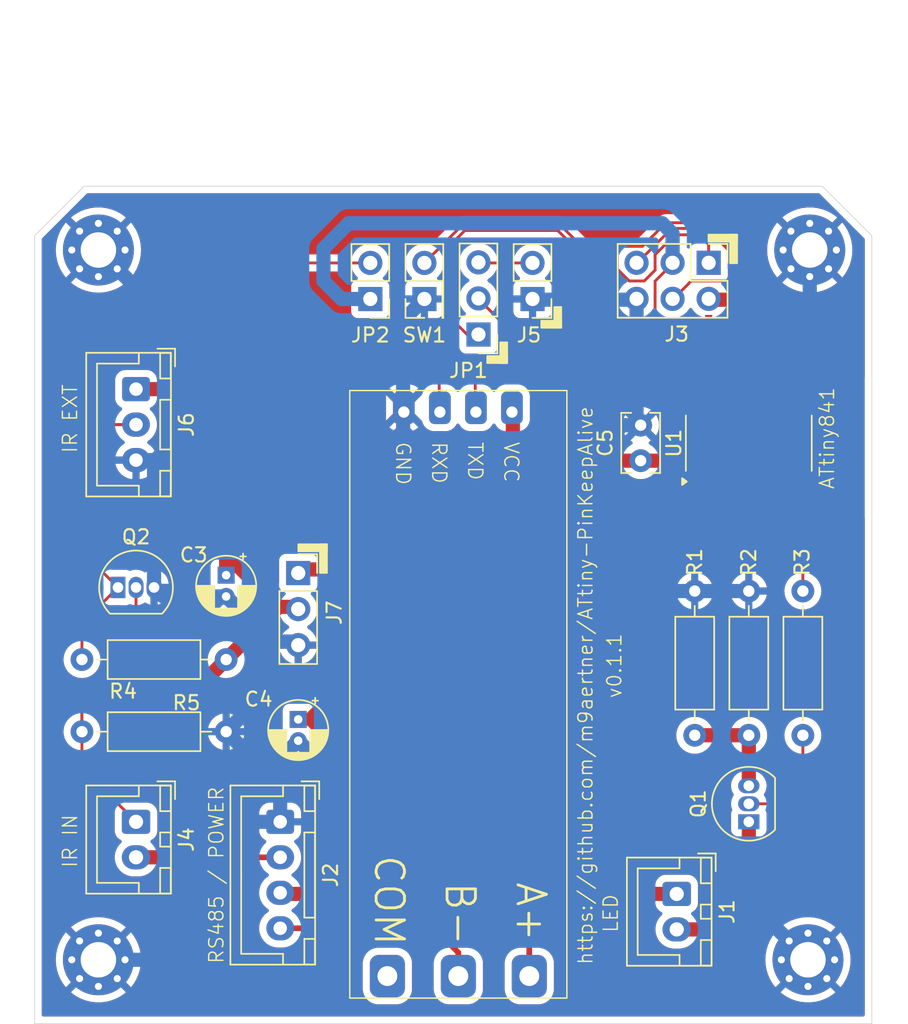
<source format=kicad_pcb>
(kicad_pcb (version 20240108) (generator "pcbnew") (generator_version "8.0")
  (title_block (title "ATtiny-PinKeepAlive") (date "2024-05-08") (rev "0.1.1") (comment 4 "AISLER Project ID: UWSACBMY"))
  (layers (0 "F.Cu" signal) (31 "B.Cu" signal) (34 "B.Paste" user) (35 "F.Paste" user) (36 "B.SilkS" user "B.Silkscreen") (37 "F.SilkS" user "F.Silkscreen") (38 "B.Mask" user) (39 "F.Mask" user) (44 "Edge.Cuts" user))
  (net 0 "")
  (net 1 "VBUS")
  (net 2 "Net-(J1-Pin_2)")
  (net 3 "Net-(Q1-E)")
  (net 4 "Net-(Q1-B)")
  (net 5 "GND")
  (net 6 "Net-(U1-XTAL1{slash}PB0)")
  (net 7 "Net-(J3-~{RST})")
  (net 8 "Net-(J3-MISO)")
  (net 9 "Net-(J3-SCK)")
  (net 10 "Net-(J3-MOSI)")
  (net 13 "Net-(J5-Pin_2)")
  (net 14 "Net-(U1-PA1)")
  (net 15 "Net-(J6-Pin_2)")
  (net 17 "Net-(U1-PA2)")
  (net 19 "Net-(JP1-C)")
  (net 20 "Net-(U1-XTAL2{slash}PB1)")
  (net 21 "Net-(U4-B-)")
  (net 22 "Net-(U4-A+)")
  (net 23 "+3V3")
  (net 24 "Net-(J4-Pin_1)")
  (footprint "Resistor_THT:R_Axial_DIN0207_L6.3mm_D2.5mm_P10.16mm_Horizontal" (layer "F.Cu") (at 104.14 138.684 90)
    (property "Reference" "R3" (at 12.192 -0.0508 -90) (layer "F.SilkS"))
    (property "Value" "470R")
    (pad "1" thru_hole circle (at 0 0 90) (size 1.6 1.6) (drill 0.8) (layers "*.Cu" "*.Mask") (net 4 "Net-(Q1-B)"))
    (pad "2" thru_hole oval (at 10.16 0 90) (size 1.6 1.6) (drill 0.8) (layers "*.Cu" "*.Mask") (net 6 "Net-(U1-XTAL1{slash}PB0)"))
  )
  (footprint "Connector_JST:JST_XH_B2B-XH-A_1x02_P2.50mm_Vertical" (layer "F.Cu") (at 57.15 144.78 -90)
    (property "Reference" "J4" (at 1.25 -3.55 -90) (layer "F.SilkS"))
    (property "Value" "INFO-DSS IR")
    (pad "1" thru_hole roundrect (at 0 0 270) (size 1.7 2) (drill 1) (layers "*.Cu" "*.Mask") (roundrect_rratio 0.147059) (net 24 "Net-(J4-Pin_1)"))
    (pad "2" thru_hole oval (at 2.5 0 270) (size 1.7 2) (drill 1) (layers "*.Cu" "*.Mask") (net 23 "+3V3"))
  )
  (footprint "Package_TO_SOT_THT:TO-92_Inline" (layer "F.Cu") (at 55.88 128.27)
    (property "Reference" "Q2" (at 1.27 -3.56 0) (layer "F.SilkS"))
    (property "Value" "BC547")
    (pad "1" thru_hole rect (at 0 0) (size 1.05 1.5) (drill 0.75) (layers "*.Cu" "*.Mask") (net 15 "Net-(J6-Pin_2)"))
    (pad "2" thru_hole oval (at 1.27 0) (size 1.05 1.5) (drill 0.75) (layers "*.Cu" "*.Mask") (net 24 "Net-(J4-Pin_1)"))
    (pad "3" thru_hole oval (at 2.54 0) (size 1.05 1.5) (drill 0.75) (layers "*.Cu" "*.Mask") (net 5 "GND"))
  )
  (footprint "Connector_JST:JST_XH_B4B-XH-A_1x04_P2.50mm_Vertical" (layer "F.Cu") (at 67.31 144.78 -90)
    (property "Reference" "J2" (at 3.75 -3.55 90) (layer "F.SilkS"))
    (property "Value" "XLR4/RS485")
    (pad "1" thru_hole roundrect (at 0 0 270) (size 1.7 1.95) (drill 0.95) (layers "*.Cu" "*.Mask") (roundrect_rratio 0.147059) (net 5 "GND"))
    (pad "2" thru_hole oval (at 2.5 0 270) (size 1.7 1.95) (drill 0.95) (layers "*.Cu" "*.Mask") (net 21 "Net-(U4-B-)"))
    (pad "3" thru_hole oval (at 5 0 270) (size 1.7 1.95) (drill 0.95) (layers "*.Cu" "*.Mask") (net 1 "VBUS"))
    (pad "4" thru_hole oval (at 7.5 0 270) (size 1.7 1.95) (drill 0.95) (layers "*.Cu" "*.Mask") (net 22 "Net-(U4-A+)"))
  )
  (footprint "Resistor_THT:R_Axial_DIN0207_L6.3mm_D2.5mm_P10.16mm_Horizontal" (layer "F.Cu") (at 100.33 138.684 90)
    (property "Reference" "R2" (at 12.192 0 -90) (layer "F.SilkS"))
    (property "Value" "100R")
    (pad "1" thru_hole circle (at 0 0 90) (size 1.6 1.6) (drill 0.8) (layers "*.Cu" "*.Mask") (net 3 "Net-(Q1-E)"))
    (pad "2" thru_hole oval (at 10.16 0 90) (size 1.6 1.6) (drill 0.8) (layers "*.Cu" "*.Mask") (net 5 "GND"))
  )
  (footprint "Package_SO:SOIC-14_3.9x8.7mm_P1.27mm" (layer "F.Cu") (at 100.33 118.11 90)
    (property "Reference" "U1" (at 0 -5.28 -90) (layer "F.SilkS"))
    (property "Value" "ATtiny841-SS")
    (pad "1" smd roundrect (at -2.475 -3.81 90) (size 1.95 0.6) (layers "F.Cu" "F.Paste" "F.Mask") (net 23 "+3V3"))
    (pad "2" smd roundrect (at -2.475 -2.54 90) (size 1.95 0.6) (layers "F.Cu" "F.Paste" "F.Mask") (net 6 "Net-(U1-XTAL1{slash}PB0)"))
    (pad "3" smd roundrect (at -2.475 -1.27 90) (size 1.95 0.6) (layers "F.Cu" "F.Paste" "F.Mask") (net 20 "Net-(U1-XTAL2{slash}PB1)"))
    (pad "4" smd roundrect (at -2.475 0 90) (size 1.95 0.6) (layers "F.Cu" "F.Paste" "F.Mask") (net 7 "Net-(J3-~{RST})"))
    (pad "5" smd roundrect (at -2.475 1.27 90) (size 1.95 0.6) (layers "F.Cu" "F.Paste" "F.Mask"))
    (pad "6" smd roundrect (at -2.475 2.54 90) (size 1.95 0.6) (layers "F.Cu" "F.Paste" "F.Mask"))
    (pad "7" smd roundrect (at -2.475 3.81 90) (size 1.95 0.6) (layers "F.Cu" "F.Paste" "F.Mask") (net 10 "Net-(J3-MOSI)"))
    (pad "8" smd roundrect (at 2.475 3.81 90) (size 1.95 0.6) (layers "F.Cu" "F.Paste" "F.Mask") (net 19 "Net-(JP1-C)"))
    (pad "9" smd roundrect (at 2.475 2.54 90) (size 1.95 0.6) (layers "F.Cu" "F.Paste" "F.Mask") (net 9 "Net-(J3-SCK)"))
    (pad "10" smd roundrect (at 2.475 1.27 90) (size 1.95 0.6) (layers "F.Cu" "F.Paste" "F.Mask"))
    (pad "11" smd roundrect (at 2.475 0 90) (size 1.95 0.6) (layers "F.Cu" "F.Paste" "F.Mask") (net 17 "Net-(U1-PA2)"))
    (pad "12" smd roundrect (at 2.475 -1.27 90) (size 1.95 0.6) (layers "F.Cu" "F.Paste" "F.Mask") (net 14 "Net-(U1-PA1)"))
    (pad "13" smd roundrect (at 2.475 -2.54 90) (size 1.95 0.6) (layers "F.Cu" "F.Paste" "F.Mask"))
    (pad "14" smd roundrect (at 2.475 -3.81 90) (size 1.95 0.6) (layers "F.Cu" "F.Paste" "F.Mask") (net 5 "GND"))
  )
  (footprint "Connector_PinHeader_2.54mm:PinHeader_1x02_P2.54mm_Vertical" (layer "F.Cu") (at 73.66 107.95 180)
    (property "Reference" "JP2" (at 0 -2.54 180) (layer "F.SilkS"))
    (property "Value" "INFO-DSS Disconnect")
    (pad "1" thru_hole rect (at 0 0 180) (size 1.7 1.7) (drill 1) (layers "*.Cu" "*.Mask") (net 9 "Net-(J3-SCK)"))
    (pad "2" thru_hole oval (at 0 2.54 180) (size 1.7 1.7) (drill 1) (layers "*.Cu" "*.Mask") (net 15 "Net-(J6-Pin_2)"))
  )
  (footprint "Connector_JST:JST_XH_B2B-XH-A_1x02_P2.50mm_Vertical" (layer "F.Cu") (at 95.25 149.86 -90)
    (property "Reference" "J1" (at 1.25 -3.55 90) (layer "F.SilkS"))
    (property "Value" "LED1")
    (pad "1" thru_hole roundrect (at 0 0 270) (size 1.7 2) (drill 1) (layers "*.Cu" "*.Mask") (roundrect_rratio 0.147059) (net 1 "VBUS"))
    (pad "2" thru_hole oval (at 2.5 0 270) (size 1.7 2) (drill 1) (layers "*.Cu" "*.Mask") (net 2 "Net-(J1-Pin_2)"))
  )
  (footprint "Capacitor_THT:CP_Radial_D4.0mm_P1.50mm" (layer "F.Cu") (at 63.5 127.405 -90)
    (property "Reference" "C3" (at -1.421 2.286 180) (layer "F.SilkS"))
    (property "Value" "47µ" (hide yes))
    (pad "1" thru_hole rect (at 0 0 270) (size 1.2 1.2) (drill 0.6) (layers "*.Cu" "*.Mask") (net 23 "+3V3"))
    (pad "2" thru_hole circle (at 1.5 0 270) (size 1.2 1.2) (drill 0.6) (layers "*.Cu" "*.Mask") (net 5 "GND"))
  )
  (footprint "Connector_PinSocket_2.54mm:PinSocket_1x03_P2.54mm_Vertical" (layer "F.Cu") (at 68.58 127.254)
    (property "Reference" "J7" (at 2.54 2.794 -90) (layer "F.SilkS"))
    (property "Value" "Conn_01x03_Socket")
    (pad "1" thru_hole rect (at 0 0) (size 1.7 1.7) (drill 1) (layers "*.Cu" "*.Mask") (net 1 "VBUS"))
    (pad "2" thru_hole oval (at 0 2.54) (size 1.7 1.7) (drill 1) (layers "*.Cu" "*.Mask") (net 23 "+3V3"))
    (pad "3" thru_hole oval (at 0 5.08) (size 1.7 1.7) (drill 1) (layers "*.Cu" "*.Mask") (net 5 "GND"))
  )
  (footprint "Connector_PinHeader_2.54mm:PinHeader_2x03_P2.54mm_Vertical" (layer "F.Cu") (at 97.5 105.4 -90)
    (property "Reference" "J3" (at 5.03 2.25 180) (layer "F.SilkS"))
    (property "Value" "AVR-ISP-6")
    (pad "1" thru_hole rect (at 0 0 270) (size 1.7 1.7) (drill 1) (layers "*.Cu" "*.Mask") (net 8 "Net-(J3-MISO)"))
    (pad "2" thru_hole oval (at 2.54 0 270) (size 1.7 1.7) (drill 1) (layers "*.Cu" "*.Mask") (net 23 "+3V3"))
    (pad "3" thru_hole oval (at 0 2.54 270) (size 1.7 1.7) (drill 1) (layers "*.Cu" "*.Mask") (net 9 "Net-(J3-SCK)"))
    (pad "4" thru_hole oval (at 2.54 2.54 270) (size 1.7 1.7) (drill 1) (layers "*.Cu" "*.Mask") (net 10 "Net-(J3-MOSI)"))
    (pad "5" thru_hole oval (at 0 5.08 270) (size 1.7 1.7) (drill 1) (layers "*.Cu" "*.Mask") (net 7 "Net-(J3-~{RST})"))
    (pad "6" thru_hole oval (at 2.54 5.08 270) (size 1.7 1.7) (drill 1) (layers "*.Cu" "*.Mask") (net 5 "GND"))
  )
  (footprint "Capacitor_THT:C_Rect_L4.0mm_W2.5mm_P2.50mm" (layer "F.Cu") (at 92.71 119.34 90)
    (property "Reference" "C5" (at 1.25 -2.5 -90) (layer "F.SilkS"))
    (property "Value" "C")
    (pad "1" thru_hole circle (at 0 0 90) (size 1.6 1.6) (drill 0.8) (layers "*.Cu" "*.Mask") (net 23 "+3V3"))
    (pad "2" thru_hole circle (at 2.5 0 90) (size 1.6 1.6) (drill 0.8) (layers "*.Cu" "*.Mask") (net 5 "GND"))
  )
  (footprint "Resistor_THT:R_Axial_DIN0207_L6.3mm_D2.5mm_P10.16mm_Horizontal" (layer "F.Cu") (at 53.34 138.43)
    (property "Reference" "R5" (at 7.366 -2.032 0) (layer "F.SilkS"))
    (property "Value" "10K")
    (pad "1" thru_hole circle (at 0 0) (size 1.6 1.6) (drill 0.8) (layers "*.Cu" "*.Mask") (net 24 "Net-(J4-Pin_1)"))
    (pad "2" thru_hole oval (at 10.16 0) (size 1.6 1.6) (drill 0.8) (layers "*.Cu" "*.Mask") (net 5 "GND"))
  )
  (footprint "Package_TO_SOT_THT:TO-92_Inline" (layer "F.Cu") (at 100.33 144.78 90)
    (property "Reference" "Q1" (at 1.27 -3.56 -90) (layer "F.SilkS"))
    (property "Value" "BC547")
    (pad "1" thru_hole rect (at 0 0 90) (size 1.05 1.5) (drill 0.75) (layers "*.Cu" "*.Mask") (net 2 "Net-(J1-Pin_2)"))
    (pad "2" thru_hole oval (at 1.27 0 90) (size 1.05 1.5) (drill 0.75) (layers "*.Cu" "*.Mask") (net 4 "Net-(Q1-B)"))
    (pad "3" thru_hole oval (at 2.54 0 90) (size 1.05 1.5) (drill 0.75) (layers "*.Cu" "*.Mask") (net 3 "Net-(Q1-E)"))
  )
  (footprint "MountingHole:MountingHole_2.5mm_Pad_Via" (layer "F.Cu") (at 104.5 154.5)
    (property "Reference" "H4" (hide yes))
    (property "Value" "MountingHole_Pad")
    (pad "1" thru_hole circle (at -1.875 0) (size 0.8 0.8) (drill 0.5) (layers "*.Cu" "*.Mask") (net 5 "GND"))
    (pad "1" thru_hole circle (at -1.325825 -1.325825) (size 0.8 0.8) (drill 0.5) (layers "*.Cu" "*.Mask") (net 5 "GND"))
    (pad "1" thru_hole circle (at -1.325825 1.325825) (size 0.8 0.8) (drill 0.5) (layers "*.Cu" "*.Mask") (net 5 "GND"))
    (pad "1" thru_hole circle (at 0 -1.875) (size 0.8 0.8) (drill 0.5) (layers "*.Cu" "*.Mask") (net 5 "GND"))
    (pad "1" thru_hole circle (at 0 0) (size 5 5) (drill 2.5) (layers "*.Cu" "*.Mask") (net 5 "GND"))
    (pad "1" thru_hole circle (at 0 1.875) (size 0.8 0.8) (drill 0.5) (layers "*.Cu" "*.Mask") (net 5 "GND"))
    (pad "1" thru_hole circle (at 1.325825 -1.325825) (size 0.8 0.8) (drill 0.5) (layers "*.Cu" "*.Mask") (net 5 "GND"))
    (pad "1" thru_hole circle (at 1.325825 1.325825) (size 0.8 0.8) (drill 0.5) (layers "*.Cu" "*.Mask") (net 5 "GND"))
    (pad "1" thru_hole circle (at 1.875 0) (size 0.8 0.8) (drill 0.5) (layers "*.Cu" "*.Mask") (net 5 "GND"))
  )
  (footprint "RS485toTTL:RS485toTTL-THT" (layer "F.Cu") (at 87.512 114.398 -90)
    (property "Reference" "U4" (hide yes))
    (property "Value" "~" (hide yes))
    (fp_text user "COM" (at 32.595 13.7 -90) (layer "F.SilkS") (effects (font (size 2 2) (thickness 0.2)) (justify left bottom)))
    (fp_text user "TXD" (at 3.55 7.045 -90) (layer "F.SilkS") (effects (font (thickness 0.1)) (justify left bottom)))
    (fp_text user "RXD" (at 3.55 9.585 -90) (layer "F.SilkS") (effects (font (thickness 0.1)) (justify left bottom)))
    (fp_text user "B-" (at 34.5 8.7 -90) (layer "F.SilkS") (effects (font (size 2 2) (thickness 0.2)) (justify left bottom)))
    (fp_text user "A+" (at 34.5 3.7 -90) (layer "F.SilkS") (effects (font (size 2 2) (thickness 0.2)) (justify left bottom)))
    (fp_text user "VCC" (at 3.55 4.505 -90) (layer "F.SilkS") (effects (font (thickness 0.1)) (justify left bottom)))
    (fp_text user "GND" (at 3.55 12.125 -90) (layer "F.SilkS") (effects (font (thickness 0.1)) (justify left bottom)))
    (pad "1" thru_hole roundrect (at 1.518 3.87 270) (size 2.286 1.524) (drill 0.8 (offset -0.3 0)) (layers "*.Cu" "*.Mask") (net 23 "+3V3"))
    (pad "2" thru_hole roundrect (at 1.518 6.41 270) (size 2.286 1.524) (drill 0.8 (offset -0.3 0)) (layers "*.Cu" "*.Mask") (net 14 "Net-(U1-PA1)"))
    (pad "3" thru_hole roundrect (at 1.518 8.95 270) (size 2.286 1.524) (drill 0.8 (offset -0.3 0)) (layers "*.Cu" "*.Mask") (net 17 "Net-(U1-PA2)"))
    (pad "4" thru_hole roundrect (at 1.518 11.49 270) (size 2.286 1.524) (drill 0.8 (offset -0.3 0)) (layers "*.Cu" "*.Mask") (net 5 "GND"))
    (pad "5" thru_hole roundrect (at 41.25 12.65 270) (size 2.98142 2.473446) (drill 1.4) (layers "*.Cu" "*.Mask"))
    (pad "6" thru_hole roundrect (at 41.25 7.65 270) (size 2.98142 2.473446) (drill 1.4) (layers "*.Cu" "*.Mask") (net 21 "Net-(U4-B-)"))
    (pad "7" thru_hole roundrect (at 41.25 2.65 270) (size 2.98142 2.473446) (drill 1.4) (layers "*.Cu" "*.Mask") (net 22 "Net-(U4-A+)"))
  )
  (footprint "Connector_PinHeader_2.54mm:PinHeader_1x03_P2.54mm_Vertical" (layer "F.Cu") (at 81.28 110.45 180)
    (property "Reference" "JP1" (at 0.7112 -2.54 180) (layer "F.SilkS"))
    (property "Value" "1-2 PRG 2-3 DBG")
    (pad "1" thru_hole rect (at 0 0 180) (size 1.7 1.7) (drill 1) (layers "*.Cu" "*.Mask") (net 8 "Net-(J3-MISO)"))
    (pad "2" thru_hole oval (at 0 2.54 180) (size 1.7 1.7) (drill 1) (layers "*.Cu" "*.Mask") (net 19 "Net-(JP1-C)"))
    (pad "3" thru_hole oval (at 0 5.08 180) (size 1.7 1.7) (drill 1) (layers "*.Cu" "*.Mask") (net 13 "Net-(J5-Pin_2)"))
  )
  (footprint "Connector_JST:JST_XH_B3B-XH-A_1x03_P2.50mm_Vertical" (layer "F.Cu") (at 57.15 114.3 -90)
    (property "Reference" "J6" (at 2.5 -3.55 90) (layer "F.SilkS"))
    (property "Value" "INFO-DSS Ext Rcvr")
    (pad "1" thru_hole roundrect (at 0 0 270) (size 1.7 1.95) (drill 0.95) (layers "*.Cu" "*.Mask") (roundrect_rratio 0.147059) (net 23 "+3V3"))
    (pad "2" thru_hole oval (at 2.5 0 270) (size 1.7 1.95) (drill 0.95) (layers "*.Cu" "*.Mask") (net 15 "Net-(J6-Pin_2)"))
    (pad "3" thru_hole oval (at 5 0 270) (size 1.7 1.95) (drill 0.95) (layers "*.Cu" "*.Mask") (net 5 "GND"))
  )
  (footprint "Resistor_THT:R_Axial_DIN0207_L6.3mm_D2.5mm_P10.16mm_Horizontal" (layer "F.Cu") (at 96.52 138.684 90)
    (property "Reference" "R1" (at 12.192 0 -90) (layer "F.SilkS"))
    (property "Value" "100R")
    (pad "1" thru_hole circle (at 0 0 90) (size 1.6 1.6) (drill 0.8) (layers "*.Cu" "*.Mask") (net 3 "Net-(Q1-E)"))
    (pad "2" thru_hole oval (at 10.16 0 90) (size 1.6 1.6) (drill 0.8) (layers "*.Cu" "*.Mask") (net 5 "GND"))
  )
  (footprint "MountingHole:MountingHole_2.5mm_Pad_Via" (layer "F.Cu") (at 54.5 104.5)
    (property "Reference" "H1" (hide yes))
    (property "Value" "MountingHole_Pad")
    (pad "1" thru_hole circle (at -1.875 0) (size 0.8 0.8) (drill 0.5) (layers "*.Cu" "*.Mask") (net 5 "GND"))
    (pad "1" thru_hole circle (at -1.325825 -1.325825) (size 0.8 0.8) (drill 0.5) (layers "*.Cu" "*.Mask") (net 5 "GND"))
    (pad "1" thru_hole circle (at -1.325825 1.325825) (size 0.8 0.8) (drill 0.5) (layers "*.Cu" "*.Mask") (net 5 "GND"))
    (pad "1" thru_hole circle (at 0 -1.875) (size 0.8 0.8) (drill 0.5) (layers "*.Cu" "*.Mask") (net 5 "GND"))
    (pad "1" thru_hole circle (at 0 0) (size 5 5) (drill 2.5) (layers "*.Cu" "*.Mask") (net 5 "GND"))
    (pad "1" thru_hole circle (at 0 1.875) (size 0.8 0.8) (drill 0.5) (layers "*.Cu" "*.Mask") (net 5 "GND"))
    (pad "1" thru_hole circle (at 1.325825 -1.325825) (size 0.8 0.8) (drill 0.5) (layers "*.Cu" "*.Mask") (net 5 "GND"))
    (pad "1" thru_hole circle (at 1.325825 1.325825) (size 0.8 0.8) (drill 0.5) (layers "*.Cu" "*.Mask") (net 5 "GND"))
    (pad "1" thru_hole circle (at 1.875 0) (size 0.8 0.8) (drill 0.5) (layers "*.Cu" "*.Mask") (net 5 "GND"))
  )
  (footprint "Capacitor_THT:CP_Radial_D4.0mm_P1.50mm" (layer "F.Cu") (at 68.58 137.565 -90)
    (property "Reference" "C4" (at -1.421 2.794 180) (layer "F.SilkS"))
    (property "Value" "47µ")
    (pad "1" thru_hole rect (at 0 0 270) (size 1.2 1.2) (drill 0.6) (layers "*.Cu" "*.Mask") (net 1 "VBUS"))
    (pad "2" thru_hole circle (at 1.5 0 270) (size 1.2 1.2) (drill 0.6) (layers "*.Cu" "*.Mask") (net 5 "GND"))
  )
  (footprint "Connector_PinHeader_2.54mm:PinHeader_2x01_P2.54mm_Vertical" (layer "F.Cu") (at 77.47 107.95 90)
    (property "Reference" "SW1" (at -2.54 0 0) (layer "F.SilkS"))
    (property "Value" "~")
    (pad "1" thru_hole rect (at 0 0 90) (size 1.7 1.7) (drill 1) (layers "*.Cu" "*.Mask") (net 5 "GND"))
    (pad "2" thru_hole oval (at 2.54 0 90) (size 1.7 1.7) (drill 1) (layers "*.Cu" "*.Mask") (net 20 "Net-(U1-XTAL2{slash}PB1)"))
  )
  (footprint "Resistor_THT:R_Axial_DIN0207_L6.3mm_D2.5mm_P10.16mm_Horizontal" (layer "F.Cu") (at 63.5 133.35 180)
    (property "Reference" "R4" (at 7.2644 -2.2352 180) (layer "F.SilkS"))
    (property "Value" "10K")
    (pad "1" thru_hole circle (at 0 0 180) (size 1.6 1.6) (drill 0.8) (layers "*.Cu" "*.Mask") (net 23 "+3V3"))
    (pad "2" thru_hole oval (at 10.16 0 180) (size 1.6 1.6) (drill 0.8) (layers "*.Cu" "*.Mask") (net 15 "Net-(J6-Pin_2)"))
  )
  (footprint "MountingHole:MountingHole_2.5mm_Pad_Via" (layer "F.Cu") (at 104.625 104.5)
    (property "Reference" "H2" (hide yes))
    (property "Value" "MountingHole_Pad")
    (pad "1" thru_hole circle (at -1.875 0) (size 0.8 0.8) (drill 0.5) (layers "*.Cu" "*.Mask") (net 5 "GND"))
    (pad "1" thru_hole circle (at -1.325825 -1.325825) (size 0.8 0.8) (drill 0.5) (layers "*.Cu" "*.Mask") (net 5 "GND"))
    (pad "1" thru_hole circle (at -1.325825 1.325825) (size 0.8 0.8) (drill 0.5) (layers "*.Cu" "*.Mask") (net 5 "GND"))
    (pad "1" thru_hole circle (at 0 -1.875) (size 0.8 0.8) (drill 0.5) (layers "*.Cu" "*.Mask") (net 5 "GND"))
    (pad "1" thru_hole circle (at 0 0) (size 5 5) (drill 2.5) (layers "*.Cu" "*.Mask") (net 5 "GND"))
    (pad "1" thru_hole circle (at 0 1.875) (size 0.8 0.8) (drill 0.5) (layers "*.Cu" "*.Mask") (net 5 "GND"))
    (pad "1" thru_hole circle (at 1.325825 -1.325825) (size 0.8 0.8) (drill 0.5) (layers "*.Cu" "*.Mask") (net 5 "GND"))
    (pad "1" thru_hole circle (at 1.325825 1.325825) (size 0.8 0.8) (drill 0.5) (layers "*.Cu" "*.Mask") (net 5 "GND"))
    (pad "1" thru_hole circle (at 1.875 0) (size 0.8 0.8) (drill 0.5) (layers "*.Cu" "*.Mask") (net 5 "GND"))
  )
  (footprint "Connector_PinHeader_2.54mm:PinHeader_1x02_P2.54mm_Vertical" (layer "F.Cu") (at 85.09 107.95 180)
    (property "Reference" "J5" (at 0.254 -2.54 180) (layer "F.SilkS"))
    (property "Value" "DBG Serial")
    (pad "1" thru_hole rect (at 0 0 180) (size 1.7 1.7) (drill 1) (layers "*.Cu" "*.Mask") (net 5 "GND"))
    (pad "2" thru_hole oval (at 0 2.54 180) (size 1.7 1.7) (drill 1) (layers "*.Cu" "*.Mask") (net 13 "Net-(J5-Pin_2)"))
  )
  (footprint "MountingHole:MountingHole_2.5mm_Pad_Via" (layer "F.Cu") (at 54.5 154.5)
    (property "Reference" "H3" (hide yes))
    (property "Value" "MountingHole_Pad")
    (pad "1" thru_hole circle (at -1.875 0) (size 0.8 0.8) (drill 0.5) (layers "*.Cu" "*.Mask") (net 5 "GND"))
    (pad "1" thru_hole circle (at -1.325825 -1.325825) (size 0.8 0.8) (drill 0.5) (layers "*.Cu" "*.Mask") (net 5 "GND"))
    (pad "1" thru_hole circle (at -1.325825 1.325825) (size 0.8 0.8) (drill 0.5) (layers "*.Cu" "*.Mask") (net 5 "GND"))
    (pad "1" thru_hole circle (at 0 -1.875) (size 0.8 0.8) (drill 0.5) (layers "*.Cu" "*.Mask") (net 5 "GND"))
    (pad "1" thru_hole circle (at 0 0) (size 5 5) (drill 2.5) (layers "*.Cu" "*.Mask") (net 5 "GND"))
    (pad "1" thru_hole circle (at 0 1.875) (size 0.8 0.8) (drill 0.5) (layers "*.Cu" "*.Mask") (net 5 "GND"))
    (pad "1" thru_hole circle (at 1.325825 -1.325825) (size 0.8 0.8) (drill 0.5) (layers "*.Cu" "*.Mask") (net 5 "GND"))
    (pad "1" thru_hole circle (at 1.325825 1.325825) (size 0.8 0.8) (drill 0.5) (layers "*.Cu" "*.Mask") (net 5 "GND"))
    (pad "1" thru_hole circle (at 1.875 0) (size 0.8 0.8) (drill 0.5) (layers "*.Cu" "*.Mask") (net 5 "GND"))
  )
  (gr_rect (start 97.481392 103.406625) (end 99.513392 103.914625) (stroke (width 0.1)) (fill solid) (layer "F.SilkS"))
  (gr_rect (start 82.804 110.998) (end 83.312 112.4712) (stroke (width 0.1)) (fill solid) (layer "F.SilkS"))
  (gr_rect (start 85.6996 109.474) (end 87.122 109.982) (stroke (width 0.1)) (fill solid) (layer "F.SilkS"))
  (gr_rect (start 86.614 108.5088) (end 87.122 109.982) (stroke (width 0.1)) (fill solid) (layer "F.SilkS"))
  (gr_rect (start 70.104 125.222) (end 70.612 127.254) (stroke (width 0.1)) (fill solid) (layer "F.SilkS"))
  (gr_rect (start 81.8896 111.9632) (end 83.312 112.4712) (stroke (width 0.1)) (fill solid) (layer "F.SilkS"))
  (gr_rect (start 68.58 125.222) (end 70.612 125.73) (stroke (width 0.1)) (fill solid) (layer "F.SilkS"))
  (gr_rect (start 99.005392 103.406625) (end 99.513392 105.438625) (stroke (width 0.1)) (fill solid) (layer "F.SilkS"))
  (gr_line (start 109 159) (end 50 159) (stroke (width 0.05)) (layer "Edge.Cuts"))
  (gr_line (start 105.5 100) (end 109 103.5) (stroke (width 0.05)) (layer "Edge.Cuts"))
  (gr_line (start 50 159) (end 50 103.5) (stroke (width 0.05)) (layer "Edge.Cuts"))
  (gr_line (start 109 159) (end 109 103.5) (stroke (width 0.05)) (layer "Edge.Cuts"))
  (gr_line (start 50 103.5) (end 53.5 100) (stroke (width 0.05)) (layer "Edge.Cuts"))
  (gr_line (start 105.5 100) (end 53.5 100) (stroke (width 0.05)) (layer "Edge.Cuts"))
  (gr_text "IR IN" (at 53.086 148.082 90) (layer "F.SilkS") (effects (font (size 1 1) (thickness 0.1)) (justify left bottom)))
  (gr_text "https://github.com/m9aertner/ATtiny-PinKeepAlive" (at 89.408 154.91 90) (layer "F.SilkS") (effects (font (size 1 1) (thickness 0.1)) (justify left bottom)))
  (gr_text "IR EXT" (at 53.086 118.872 90) (layer "F.SilkS") (effects (font (size 1 1) (thickness 0.1)) (justify left bottom)))
  (gr_text "RS485 / POWER" (at 63.3984 154.84 90) (layer "F.SilkS") (effects (font (size 1 1) (thickness 0.1)) (justify left bottom)))
  (gr_text "LED" (at 91.186 152.654 90) (layer "F.SilkS") (effects (font (size 1 1) (thickness 0.1)) (justify left bottom)))
  (gr_text "v0.1.1" (at 91.44 136.144 90) (layer "F.SilkS") (effects (font (size 1 1) (thickness 0.1)) (justify left bottom)))
  (gr_text "ATtiny841" (at 106.426 121.412 90) (layer "F.SilkS") (effects (font (size 1 1) (thickness 0.1)) (justify left bottom)))
  (segment (start 71.374 149.098) (end 70.612 149.86) (width 1) (layer "F.Cu") (net 1))
  (segment (start 71.374 135.636) (end 69.445 137.565) (width 1) (layer "F.Cu") (net 1))
  (segment (start 95.25 149.86) (end 73.66 149.86) (width 1) (layer "F.Cu") (net 1))
  (segment (start 70.612 127) (end 71.374 127.762) (width 1) (layer "F.Cu") (net 1))
  (segment (start 68.58 137.565) (end 69.493 137.565) (width 0.2) (layer "F.Cu") (net 1))
  (segment (start 69.493 137.565) (end 71.374 139.446) (width 1) (layer "F.Cu") (net 1))
  (segment (start 71.374 139.446) (end 71.374 149.098) (width 1) (layer "F.Cu") (net 1))
  (segment (start 73.66 149.86) (end 70.612 149.86) (width 1) (layer "F.Cu") (net 1))
  (segment (start 70.612 149.86) (end 67.39 149.86) (width 1) (layer "F.Cu") (net 1))
  (segment (start 69.445 137.565) (end 68.58 137.565) (width 0.2) (layer "F.Cu") (net 1))
  (segment (start 68.58 127) (end 70.612 127) (width 1) (layer "F.Cu") (net 1))
  (segment (start 67.39 149.86) (end 67.31 149.78) (width 0.2) (layer "F.Cu") (net 1))
  (segment (start 71.374 127.762) (end 71.374 135.636) (width 1) (layer "F.Cu") (net 1))
  (segment (start 99.1 152.36) (end 100.33 151.13) (width 1) (layer "F.Cu") (net 2))
  (segment (start 100.33 151.13) (end 100.33 144.78) (width 1) (layer "F.Cu") (net 2))
  (segment (start 95.25 152.36) (end 99.1 152.36) (width 1) (layer "F.Cu") (net 2))
  (segment (start 100.33 138.684) (end 100.33 142.24) (width 1) (layer "F.Cu") (net 3))
  (segment (start 100.33 138.684) (end 96.52 138.684) (width 1) (layer "F.Cu") (net 3))
  (segment (start 103.378 143.51) (end 100.33 143.51) (width 0.2) (layer "F.Cu") (net 4))
  (segment (start 104.14 138.684) (end 104.14 142.748) (width 0.2) (layer "F.Cu") (net 4))
  (segment (start 104.14 142.748) (end 103.378 143.51) (width 0.2) (layer "F.Cu") (net 4))
  (segment (start 96.52 115.635) (end 93.915 115.635) (width 0.4) (layer "F.Cu") (net 5))
  (segment (start 93.915 115.635) (end 92.71 116.84) (width 0.4) (layer "F.Cu") (net 5))
  (segment (start 58.42 120.57) (end 58.42 128.27) (width 1) (layer "B.Cu") (net 5))
  (segment (start 58.42 119.38) (end 58.5 119.3) (width 1) (layer "B.Cu") (net 5))
  (segment (start 67.31 140.335) (end 67.31 144.78) (width 1) (layer "B.Cu") (net 5))
  (segment (start 63.509 146.91) (end 63.509 153.387) (width 1) (layer "B.Cu") (net 5))
  (segment (start 63.509 153.387) (end 62.366 154.505782) (width 1) (layer "B.Cu") (net 5))
  (segment (start 59.182 118.618) (end 59.182 109.182) (width 1) (layer "B.Cu") (net 5))
  (segment (start 63.5 128.905) (end 59.055 128.905) (width 1) (layer "B.Cu") (net 5))
  (segment (start 69.977 140.462) (end 89.408 140.462) (width 1) (layer "B.Cu") (net 5))
  (segment (start 75.973 109.447) (end 77.47 107.95) (width 1) (layer "B.Cu") (net 5))
  (segment (start 89.535 118.745) (end 91.44 116.84) (width 1) (layer "B.Cu") (net 5))
  (segment (start 62.366 154.505782) (end 54.5 154.5) (width 1) (layer "B.Cu") (net 5))
  (segment (start 91.44 116.84) (end 92.71 116.84) (width 1) (layer "B.Cu") (net 5))
  (segment (start 85.775 108) (end 92.42 108) (width 1) (layer "B.Cu") (net 5))
  (segment (start 75.973 115.787845) (end 75.973 117.248) (width 1) (layer "B.Cu") (net 5))
  (segment (start 104.625 110.239) (end 104.625 104.5) (width 1) (layer "B.Cu") (net 5))
  (segment (start 92.42 112.366) (end 102.498 112.366) (width 1) (layer "B.Cu") (net 5))
  (segment (start 89.408 140.462) (end 90.658 140.462) (width 1) (layer "B.Cu") (net 5))
  (segment (start 75.973 117.248) (end 77.343 118.618) (width 1) (layer "B.Cu") (net 5))
  (segment (start 67.31 140.335) (end 68.58 139.065) (width 1) (layer "B.Cu") (net 5))
  (segment (start 66.675 135.255) (end 66.675 132.08) (width 1) (layer "B.Cu") (net 5))
  (segment (start 85.09 107.95) (end 85.725 107.95) (width 1) (layer "B.Cu") (net 5))
  (segment (start 59.055 128.905) (end 58.42 128.27) (width 1) (layer "B.Cu") (net 5))
  (segment (start 65.639 144.78) (end 63.509 146.91) (width 1) (layer "B.Cu") (net 5))
  (segment (start 90.462 140.462) (end 104.5 154.5) (width 1) (layer "B.Cu") (net 5))
  (segment (start 93.98 128.524) (end 96.52 128.524) (width 1) (layer "B.Cu") (net 5))
  (segment (start 75.973 115.787845) (end 75.973 109.447) (width 1) (layer "B.Cu") (net 5))
  (segment (start 92.42 112.366) (end 92.42 116.55) (width 1) (layer "B.Cu") (net 5))
  (segment (start 91.44 131.064) (end 93.98 128.524) (width 1) (layer "B.Cu") (net 5))
  (segment (start 96.52 128.524) (end 100.33 128.524) (width 1) (layer "B.Cu") (net 5))
  (segment (start 77.343 118.618) (end 89.408 118.618) (width 1) (layer "B.Cu") (net 5))
  (segment (start 68.58 132.08) (end 67.31 132.08) (width 1) (layer "B.Cu") (net 5))
  (segment (start 89.408 140.462) (end 90.462 140.462) (width 1) (layer "B.Cu") (net 5))
  (segment (start 67.31 132.08) (end 66.675 132.08) (width 1) (layer "B.Cu") (net 5))
  (segment (start 75.973 117.248) (end 74.603 118.618) (width 1) (layer "B.Cu") (net 5))
  (segment (start 67.564 132.334) (end 67.31 132.08) (width 0.2) (layer "B.Cu") (net 5))
  (segment (start 63.5 138.43) (end 65.405 140.335) (width 1) (layer "B.Cu") (net 5))
  (segment (start 68.58 139.065) (end 69.977 140.462) (width 1) (layer "B.Cu") (net 5))
  (segment (start 65.405 140.335) (end 67.31 140.335) (width 1) (layer "B.Cu") (net 5))
  (segment (start 89.408 118.618) (end 89.535 118.745) (width 1) (layer "B.Cu") (net 5))
  (segment (start 92.42 108) (end 92.42 112.366) (width 1) (layer "B.Cu") (net 5))
  (segment (start 68.58 132.334) (end 67.564 132.334) (width 0.2) (layer "B.Cu") (net 5))
  (segment (start 91.44 139.68) (end 91.44 131.064) (width 1) (layer "B.Cu") (net 5))
  (segment (start 90.658 140.462) (end 91.44 139.68) (width 1) (layer "B.Cu") (net 5))
  (segment (start 66.675 132.08) (end 63.5 128.905) (width 1) (layer "B.Cu") (net 5))
  (segment (start 59.182 118.618) (end 58.5 119.3) (width 1) (layer "B.Cu") (net 5))
  (segment (start 74.603 118.618) (end 59.182 118.618) (width 1) (layer "B.Cu") (net 5))
  (segment (start 57.15 119.3) (end 58.5 119.3) (width 1) (layer "B.Cu") (net 5))
  (segment (start 67.31 144.78) (end 65.639 144.78) (width 1) (layer "B.Cu") (net 5))
  (segment (start 92.42 116.55) (end 92.71 116.84) (width 1) (layer "B.Cu") (net 5))
  (segment (start 85.725 107.95) (end 85.775 108) (width 1) (layer "B.Cu") (net 5))
  (segment (start 58.42 120.57) (end 58.42 119.38) (width 1) (layer "B.Cu") (net 5))
  (segment (start 63.5 138.43) (end 66.675 135.255) (width 1) (layer "B.Cu") (net 5))
  (segment (start 59.182 109.182) (end 54.5 104.5) (width 1) (layer "B.Cu") (net 5))
  (segment (start 102.498 112.366) (end 104.625 110.239) (width 1) (layer "B.Cu") (net 5))
  (segment (start 103.514 124.05) (end 104.14 124.676) (width 0.2) (layer "F.Cu") (net 6))
  (segment (start 99.412 124.05) (end 103.514 124.05) (width 0.2) (layer "F.Cu") (net 6))
  (segment (start 97.79 122.428) (end 99.412 124.05) (width 0.2) (layer "F.Cu") (net 6))
  (segment (start 104.14 124.676) (end 104.14 128.524) (width 0.2) (layer "F.Cu") (net 6))
  (segment (start 97.79 120.585) (end 97.79 122.428) (width 0.2) (layer "F.Cu") (net 6))
  (segment (start 100.33 122.555) (end 100.33 120.585) (width 0.2) (layer "F.Cu") (net 7))
  (segment (start 92.42 105.46) (end 94.902 102.978) (width 0.2) (layer "F.Cu") (net 7))
  (segment (start 107.188 122.526) (end 106.68 123.034) (width 0.2) (layer "F.Cu") (net 7))
  (segment (start 98.942 104.542) (end 98.942 105.762) (width 0.2) (layer "F.Cu") (net 7))
  (segment (start 107.188 114.008) (end 107.188 122.526) (width 0.2) (layer "F.Cu") (net 7))
  (segment (start 100.809 123.034) (end 100.33 122.555) (width 0.2) (layer "F.Cu") (net 7))
  (segment (start 98.942 105.762) (end 107.188 114.008) (width 0.2) (layer "F.Cu") (net 7))
  (segment (start 97.378 102.978) (end 98.942 104.542) (width 0.2) (layer "F.Cu") (net 7))
  (segment (start 94.902 102.978) (end 97.378 102.978) (width 0.2) (layer "F.Cu") (net 7))
  (segment (start 106.68 123.034) (end 100.809 123.034) (width 0.2) (layer "F.Cu") (net 7))
  (segment (start 80.478 110.45) (end 81.28 110.45) (width 0.2) (layer "F.Cu") (net 8))
  (segment (start 97.5 105.46) (end 97.5 104.866) (width 0.2) (layer "F.Cu") (net 8))
  (segment (start 91.068 105.845173) (end 91.068 105) (width 0.2) (layer "F.Cu") (net 8))
  (segment (start 88.382 104.638) (end 86.868 103.124) (width 0.2) (layer "F.Cu") (net 8))
  (segment (start 93.726 105.918) (end 92.964 106.68) (width 0.2) (layer "F.Cu") (net 8))
  (segment (start 97.5 105.4) (end 97.5 104.1168) (width 0.2) (layer "F.Cu") (net 8))
  (segment (start 86.868 103.124) (end 80.321686 103.124) (width 0.2) (layer "F.Cu") (net 8))
  (segment (start 91.902827 106.68) (end 91.068 105.845173) (width 0.2) (layer "F.Cu") (net 8))
  (segment (start 92.964 106.68) (end 91.902827 106.68) (width 0.2) (layer "F.Cu") (net 8))
  (segment (start 96.8084 103.4252) (end 95.128454 103.4252) (width 0.2) (layer "F.Cu") (net 8))
  (segment (start 90.706 104.638) (end 88.382 104.638) (width 0.2) (layer "F.Cu") (net 8))
  (segment (start 91.068 105) (end 90.706 104.638) (width 0.2) (layer "F.Cu") (net 8))
  (segment (start 79.502 103.943686) (end 79.502 109.474) (width 0.2) (layer "F.Cu") (net 8))
  (segment (start 97.5 104.1168) (end 96.8084 103.4252) (width 0.2) (layer "F.Cu") (net 8))
  (segment (start 80.321686 103.124) (end 79.502 103.943686) (width 0.2) (layer "F.Cu") (net 8))
  (segment (start 95.128454 103.4252) (end 93.726 104.827654) (width 0.2) (layer "F.Cu") (net 8))
  (segment (start 79.502 109.474) (end 80.478 110.45) (width 0.2) (layer "F.Cu") (net 8))
  (segment (start 93.726 104.827654) (end 93.726 105.918) (width 0.2) (layer "F.Cu") (net 8))
  (segment (start 93.726 106.694) (end 93.726 111.506) (width 0.2) (layer "F.Cu") (net 9))
  (segment (start 100.965 112.395) (end 102.87 114.3) (width 0.2) (layer "F.Cu") (net 9))
  (segment (start 102.87 114.3) (end 102.87 115.635) (width 0.2) (layer "F.Cu") (net 9))
  (segment (start 94.96 105.46) (end 93.726 106.694) (width 0.2) (layer "F.Cu") (net 9))
  (segment (start 94.615 112.395) (end 100.965 112.395) (width 0.2) (layer "F.Cu") (net 9))
  (segment (start 93.726 111.506) (end 94.615 112.395) (width 0.2) (layer "F.Cu") (net 9))
  (segment (start 70.358 104.394) (end 72.136 102.616) (width 1) (layer "B.Cu") (net 9))
  (segment (start 70.358 106.68) (end 70.358 104.394) (width 1) (layer "B.Cu") (net 9))
  (segment (start 73.66 107.95) (end 71.628 107.95) (width 1) (layer "B.Cu") (net 9))
  (segment (start 94.96 103.342) (end 94.96 105.46) (width 1) (layer "B.Cu") (net 9))
  (segment (start 94.234 102.616) (end 94.96 103.342) (width 1) (layer "B.Cu") (net 9))
  (segment (start 71.628 107.95) (end 70.358 106.68) (width 1) (layer "B.Cu") (net 9))
  (segment (start 72.136 102.616) (end 94.234 102.616) (width 1) (layer "B.Cu") (net 9))
  (segment (start 106.308 122.526) (end 104.276 122.526) (width 0.2) (layer "F.Cu") (net 10))
  (segment (start 106.68 122.154) (end 106.308 122.526) (width 0.2) (layer "F.Cu") (net 10))
  (segment (start 99.098 106.68) (end 106.68 114.262) (width 0.2) (layer "F.Cu") (net 10))
  (segment (start 104.276 122.526) (end 104.14 122.39) (width 0.2) (layer "F.Cu") (net 10))
  (segment (start 106.68 114.262) (end 106.68 122.154) (width 0.2) (layer "F.Cu") (net 10))
  (segment (start 96.11 106.836) (end 96.266 106.68) (width 0.2) (layer "F.Cu") (net 10))
  (segment (start 96.11 106.85) (end 96.11 106.836) (width 0.2) (layer "F.Cu") (net 10))
  (segment (start 104.14 122.39) (end 104.14 120.585) (width 0.2) (layer "F.Cu") (net 10))
  (segment (start 96.266 106.68) (end 99.098 106.68) (width 0.2) (layer "F.Cu") (net 10))
  (segment (start 94.96 108) (end 96.11 106.85) (width 0.2) (layer "F.Cu") (net 10))
  (segment (start 81.28 105.41) (end 85.09 105.41) (width 0.2) (layer "F.Cu") (net 13))
  (segment (start 85.0646 114.2746) (end 98.674599 114.2746) (width 0.2) (layer "F.Cu") (net 14))
  (segment (start 99.06 114.660001) (end 99.06 115.635) (width 0.2) (layer "F.Cu") (net 14))
  (segment (start 99.06 115.635) (end 99.06 116.609999) (width 0.2) (layer "F.Cu") (net 14))
  (segment (start 84.328 113.538) (end 85.0646 114.2746) (width 0.2) (layer "F.Cu") (net 14))
  (segment (start 81.4632 113.538) (end 84.328 113.538) (width 0.2) (layer "F.Cu") (net 14))
  (segment (start 81.053 113.9482) (end 81.4632 113.538) (width 0.2) (layer "F.Cu") (net 14))
  (segment (start 98.674599 114.2746) (end 99.06 114.660001) (width 0.2) (layer "F.Cu") (net 14))
  (segment (start 81.053 115.787845) (end 81.053 113.9482) (width 0.2) (layer "F.Cu") (net 14))
  (segment (start 53.34 125.73) (end 53.34 117.475) (width 0.2) (layer "F.Cu") (net 15))
  (segment (start 53.34 113.03) (end 60.96 105.41) (width 0.2) (layer "F.Cu") (net 15))
  (segment (start 60.96 105.41) (end 73.66 105.41) (width 0.2) (layer "F.Cu") (net 15))
  (segment (start 53.935 116.8) (end 53.34 116.205) (width 0.2) (layer "F.Cu") (net 15))
  (segment (start 53.34 133.35) (end 53.34 130.81) (width 0.2) (layer "F.Cu") (net 15))
  (segment (start 53.34 130.81) (end 55.88 128.27) (width 0.2) (layer "F.Cu") (net 15))
  (segment (start 53.34 116.205) (end 53.34 113.03) (width 0.2) (layer "F.Cu") (net 15))
  (segment (start 57.15 116.8) (end 53.935 116.8) (width 0.2) (layer "F.Cu") (net 15))
  (segment (start 53.34 117.475) (end 54.015 116.8) (width 0.2) (layer "F.Cu") (net 15))
  (segment (start 54.015 116.8) (end 57.15 116.8) (width 0.2) (layer "F.Cu") (net 15))
  (segment (start 55.88 128.27) (end 53.34 125.73) (width 0.2) (layer "F.Cu") (net 15))
  (segment (start 84.836 113.03) (end 79.4058 113.03) (width 0.2) (layer "F.Cu") (net 17))
  (segment (start 100.33 114.9604) (end 99.0092 113.6396) (width 0.2) (layer "F.Cu") (net 17))
  (segment (start 85.4456 113.6396) (end 84.836 113.03) (width 0.2) (layer "F.Cu") (net 17))
  (segment (start 99.0092 113.6396) (end 85.4456 113.6396) (width 0.2) (layer "F.Cu") (net 17))
  (segment (start 78.513 113.9228) (end 78.513 115.787845) (width 0.2) (layer "F.Cu") (net 17))
  (segment (start 100.33 115.635) (end 100.33 114.9604) (width 0.2) (layer "F.Cu") (net 17))
  (segment (start 79.4058 113.03) (end 78.513 113.9228) (width 0.2) (layer "F.Cu") (net 17))
  (segment (start 104.14 115.635) (end 104.14 116.609999) (width 0.2) (layer "F.Cu") (net 19))
  (segment (start 101.035 116.91) (end 100.93 116.805) (width 0.2) (layer "F.Cu") (net 19))
  (segment (start 104.14 116.609999) (end 103.839999 116.91) (width 0.2) (layer "F.Cu") (net 19))
  (segment (start 103.839999 116.91) (end 101.035 116.91) (width 0.2) (layer "F.Cu") (net 19))
  (segment (start 99.340552 113.03) (end 86.36 113.03) (width 0.2) (layer "F.Cu") (net 19))
  (segment (start 86.36 113.03) (end 81.28 107.95) (width 0.2) (layer "F.Cu") (net 19))
  (segment (start 100.93 116.805) (end 100.93 114.619448) (width 0.2) (layer "F.Cu") (net 19))
  (segment (start 100.93 114.619448) (end 99.340552 113.03) (width 0.2) (layer "F.Cu") (net 19))
  (segment (start 99.45 104.238) (end 99.45 105.508) (width 0.2) (layer "F.Cu") (net 20))
  (segment (start 88.547686 104.238) (end 92.834157 104.238) (width 0.2) (layer "F.Cu") (net 20))
  (segment (start 87.033686 102.724) (end 88.547686 104.238) (width 0.2) (layer "F.Cu") (net 20))
  (segment (start 107.696 113.754) (end 107.696 123.091685) (width 0.2) (layer "F.Cu") (net 20))
  (segment (start 99.45 105.508) (end 107.696 113.754) (width 0.2) (layer "F.Cu") (net 20))
  (segment (start 107.245685 123.542) (end 100.047 123.542) (width 0.2) (layer "F.Cu") (net 20))
  (segment (start 100.047 123.542) (end 99.06 122.555) (width 0.2) (layer "F.Cu") (net 20))
  (segment (start 92.834157 104.238) (end 94.494157 102.578) (width 0.2) (layer "F.Cu") (net 20))
  (segment (start 94.494157 102.578) (end 97.79 102.578) (width 0.2) (layer "F.Cu") (net 20))
  (segment (start 80.156 102.724) (end 87.033686 102.724) (width 0.2) (layer "F.Cu") (net 20))
  (segment (start 107.696 123.091685) (end 107.245685 123.542) (width 0.2) (layer "F.Cu") (net 20))
  (segment (start 97.79 102.578) (end 99.45 104.238) (width 0.2) (layer "F.Cu") (net 20))
  (segment (start 99.06 122.555) (end 99.06 120.585) (width 0.2) (layer "F.Cu") (net 20))
  (segment (start 77.47 105.41) (end 80.156 102.724) (width 0.2) (layer "F.Cu") (net 20))
  (segment (start 70.748 154.022) (end 71.51 153.26) (width 0.4) (layer "F.Cu") (net 21))
  (segment (start 79.862 153.992) (end 79.862 155.648) (width 0.4) (layer "F.Cu") (net 21))
  (segment (start 64.652 148.18) (end 64.652 153.26) (width 0.4) (layer "F.Cu") (net 21))
  (segment (start 79.13 153.26) (end 79.862 153.992) (width 0.4) (layer "F.Cu") (net 21))
  (segment (start 71.51 153.26) (end 79.13 153.26) (width 0.4) (layer "F.Cu") (net 21))
  (segment (start 67.31 147.28) (end 65.552 147.28) (width 0.4) (layer "F.Cu") (net 21))
  (segment (start 64.652 153.26) (end 65.414 154.022) (width 0.4) (layer "F.Cu") (net 21))
  (segment (start 65.414 154.022) (end 70.748 154.022) (width 0.4) (layer "F.Cu") (net 21))
  (segment (start 65.552 147.28) (end 64.652 148.18) (width 0.4) (layer "F.Cu") (net 21))
  (segment (start 84.21 151.736) (end 84.862 152.388) (width 0.4) (layer "F.Cu") (net 22))
  (segment (start 84.862 154.022) (end 84.862 155.648) (width 0.4) (layer "F.Cu") (net 22))
  (segment (start 84.862 152.388) (end 84.862 154.022) (width 0.4) (layer "F.Cu") (net 22))
  (segment (start 69.696 152.28) (end 70.24 151.736) (width 0.4) (layer "F.Cu") (net 22))
  (segment (start 67.31 152.28) (end 69.696 152.28) (width 0.4) (layer "F.Cu") (net 22))
  (segment (start 70.24 151.736) (end 84.21 151.736) (width 0.4) (layer "F.Cu") (net 22))
  (segment (start 63.5 115.57) (end 63.5 121.1798) (width 1) (layer "F.Cu") (net 23))
  (segment (start 85.596 119.34) (end 87.145155 119.34) (width 1) (layer "F.Cu") (net 23))
  (segment (start 63.5 126.336) (end 63.91 126.336) (width 1) (layer "F.Cu") (net 23))
  (segment (start 65.3288 119.351) (end 63.5 121.1798) (width 1) (layer "F.Cu") (net 23))
  (segment (start 68.424 129.638) (end 68.58 129.794) (width 1) (layer "F.Cu") (net 23))
  (segment (start 96.52 118.633) (end 96.251 118.364) (width 0.2) (layer "F.Cu") (net 23))
  (segment (start 67.212 129.638) (end 68.424 129.638) (width 1) (layer "F.Cu") (net 23))
  (segment (start 63.5 126.336) (end 63.5 127.405) (width 1) (layer "F.Cu") (net 23))
  (segment (start 63.5 133.35) (end 60.325 136.525) (width 1) (layer "F.Cu") (net 23))
  (segment (start 60.325 145.805) (end 58.85 147.28) (width 1) (layer "F.Cu") (net 23))
  (segment (start 83.642 115.916) (end 83.642 116.471845) (width 0.2) (layer "F.Cu") (net 23))
  (segment (start 92.71 119.34) (end 87.145155 119.34) (width 1) (layer "F.Cu") (net 23))
  (segment (start 95.275 119.34) (end 92.71 119.34) (width 1) (layer "F.Cu") (net 23))
  (segment (start 57.15 114.3) (end 62.23 114.3) (width 1) (layer "F.Cu") (net 23))
  (segment (start 83.702 117.446) (end 85.596 119.34) (width 1) (layer "F.Cu") (net 23))
  (segment (start 63.91 126.336) (end 67.212 129.638) (width 1) (layer "F.Cu") (net 23))
  (segment (start 63.5 121.1798) (end 63.5 126.336) (width 1) (layer "F.Cu") (net 23))
  (segment (start 81.797 119.351) (end 65.3288 119.351) (width 1) (layer "F.Cu") (net 23))
  (segment (start 83.702 115.976) (end 83.642 115.916) (width 0.2) (layer "F.Cu") (net 23))
  (segment (start 96.52 120.585) (end 96.52 118.633) (width 0.2) (layer "F.Cu") (net 23))
  (segment (start 99.0464 108) (end 97.5 108) (width 1) (layer "F.Cu") (net 23))
  (segment (start 105.41 114.3636) (end 99.0464 108) (width 1) (layer "F.Cu") (net 23))
  (segment (start 81.797 119.351) (end 83.702 117.446) (width 1) (layer "F.Cu") (net 23))
  (segment (start 63.5 133.35) (end 67.212 129.638) (width 1) (layer "F.Cu") (net 23))
  (segment (start 83.702 117.446) (end 83.702 115.976) (width 1) (layer "F.Cu") (net 23))
  (segment (start 83.915078 116.109922) (end 83.593001 115.787845) (width 0.2) (layer "F.Cu") (net 23))
  (segment (start 58.85 147.28) (end 57.15 147.28) (width 1) (layer "F.Cu") (net 23))
  (segment (start 60.325 136.525) (end 60.325 145.805) (width 1) (layer "F.Cu") (net 23))
  (segment (start 96.251 118.364) (end 105.156 118.364) (width 1) (layer "F.Cu") (net 23))
  (segment (start 62.23 114.3) (end 63.5 115.57) (width 1) (layer "F.Cu") (net 23))
  (segment (start 83.593001 115.787845) (end 83.593 115.787845) (width 0.2) (layer "F.Cu") (net 23))
  (segment (start 105.41 118.11) (end 105.41 114.3636) (width 1) (layer "F.Cu") (net 23))
  (segment (start 105.156 118.364) (end 105.41 118.11) (width 1) (layer "F.Cu") (net 23))
  (segment (start 95.275 119.34) (end 96.251 118.364) (width 1) (layer "F.Cu") (net 23))
  (segment (start 57.15 128.27) (end 57.15 129.54) (width 0.2) (layer "F.Cu") (net 24))
  (segment (start 53.34 137.16) (end 53.34 140.97) (width 0.2) (layer "F.Cu") (net 24))
  (segment (start 55.88 130.81) (end 55.88 133.985) (width 0.2) (layer "F.Cu") (net 24))
  (segment (start 55.88 133.985) (end 53.34 136.525) (width 0.2) (layer "F.Cu") (net 24))
  (segment (start 53.34 140.97) (end 57.15 144.78) (width 0.2) (layer "F.Cu") (net 24))
  (segment (start 57.15 129.54) (end 55.88 130.81) (width 0.2) (layer "F.Cu") (net 24))
  (segment (start 53.34 136.525) (end 53.34 138.43) (width 0.2) (layer "F.Cu") (net 24))
  (zone (net 23) (net_name "+3V3") (layer "F.Cu") (priority 1) (connect_pads (clearance 0.5)) (min_thickness 0.25) (fill yes (thermal_gap 0.5) (thermal_bridge_width 0.5))
    (polygon (pts (xy 94.124 109.072) (xy 98.188 109.072) (xy 99.204 108.056) (xy 99.7628 108.6148) (xy 104.3348 113.1868) (xy 105.3 114.152) (xy 103.522 114.152) (xy 101.236 111.866) (xy 94.886 111.866) (xy 94.124 111.104)))
  )
  (zone (net 5) (net_name "GND") (layer "F.Cu") (connect_pads (clearance 0.5)) (min_thickness 0.25) (fill yes (thermal_gap 0.5) (thermal_bridge_width 0.5))
    (polygon (pts (xy 50.292 103.632) (xy 53.848 100.076) (xy 105.156 100.076) (xy 108.712 103.632) (xy 108.712 158.496) (xy 50.292 158.496)))
  )
  (zone (net 5) (net_name "GND") (layer "B.Cu") (connect_pads (clearance 0.5)) (min_thickness 0.25) (fill yes (thermal_gap 0.5) (thermal_bridge_width 0.5))
    (polygon (pts (xy 50.292 103.632) (xy 53.848 100.076) (xy 105.156 100.076) (xy 108.712 103.632) (xy 108.712 158.496) (xy 50.292 158.496)))
  )
)
</source>
